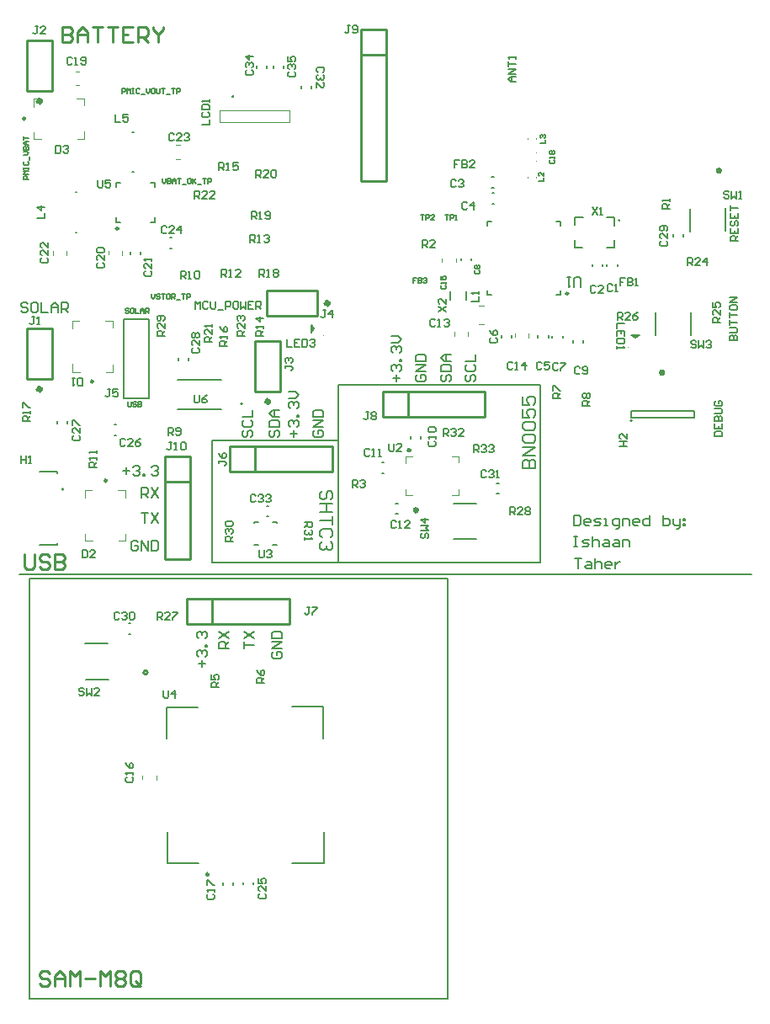
<source format=gto>
G04*
G04 #@! TF.GenerationSoftware,Altium Limited,Altium Designer,22.9.1 (49)*
G04*
G04 Layer_Color=65535*
%FSLAX44Y44*%
%MOMM*%
G71*
G04*
G04 #@! TF.SameCoordinates,0914E3C7-33D6-4C2E-B1A8-6EB065383EFC*
G04*
G04*
G04 #@! TF.FilePolarity,Positive*
G04*
G01*
G75*
%ADD10C,0.1524*%
%ADD11C,0.2540*%
%ADD12C,0.2500*%
%ADD13C,0.1000*%
%ADD14C,0.5080*%
%ADD15C,0.2000*%
%ADD16C,0.3048*%
%ADD17C,0.0500*%
%ADD18C,0.0762*%
%ADD19C,0.1500*%
%ADD20C,0.1270*%
%ADD21C,0.2050*%
%ADD22C,0.1778*%
%ADD23C,0.2032*%
D10*
X49530Y521556D02*
G03*
X49530Y521556I-762J0D01*
G01*
X621538Y590550D02*
G03*
X621538Y590550I-762J0D01*
G01*
X609600Y791972D02*
G03*
X609600Y791972I-762J0D01*
G01*
X25936Y540014D02*
X43486D01*
X25936Y466014D02*
X43486D01*
Y538214D02*
Y540014D01*
Y466014D02*
Y467814D01*
X621030Y593650D02*
Y600150D01*
Y593650D02*
X684530D01*
Y600150D01*
X621030D02*
X684530D01*
X564331Y787400D02*
Y795020D01*
X572262D01*
X564388Y764540D02*
X572008D01*
X564388D02*
Y772471D01*
X604012Y764540D02*
Y772160D01*
X596081Y764540D02*
X604012D01*
X596392Y795020D02*
X604012D01*
Y787089D02*
Y795020D01*
X199320Y448310D02*
Y571036D01*
X326320D01*
X199320Y448310D02*
X326320D01*
Y571036D01*
X529702Y448888D02*
Y626688D01*
X326502Y448888D02*
Y626688D01*
Y448310D02*
X529702D01*
X326502Y626688D02*
X529702D01*
X153250Y302722D02*
X185000D01*
X153250Y271472D02*
Y302722D01*
X279391Y303113D02*
X310641D01*
X310641Y303113D01*
Y271363D02*
Y303113D01*
X311482Y145876D02*
Y177126D01*
X311482Y145876D02*
X311482Y145876D01*
X279732Y145876D02*
X311482D01*
X154232Y145626D02*
X185482D01*
X154232Y145626D02*
X154232Y145626D01*
X154232Y145626D02*
Y177376D01*
X182524Y703044D02*
Y710661D01*
X185063Y708122D01*
X187602Y710661D01*
Y703044D01*
X195220Y709391D02*
X193950Y710661D01*
X191411D01*
X190142Y709391D01*
Y704313D01*
X191411Y703044D01*
X193950D01*
X195220Y704313D01*
X197759Y710661D02*
Y704313D01*
X199029Y703044D01*
X201568D01*
X202837Y704313D01*
Y710661D01*
X205377Y701774D02*
X210455D01*
X212994Y703044D02*
Y710661D01*
X216803D01*
X218072Y709391D01*
Y706852D01*
X216803Y705583D01*
X212994D01*
X224421Y710661D02*
X221881D01*
X220612Y709391D01*
Y704313D01*
X221881Y703044D01*
X224421D01*
X225690Y704313D01*
Y709391D01*
X224421Y710661D01*
X228229D02*
Y703044D01*
X230768Y705583D01*
X233308Y703044D01*
Y710661D01*
X240925D02*
X235847D01*
Y703044D01*
X240925D01*
X235847Y706852D02*
X238386D01*
X243464Y703044D02*
Y710661D01*
X247273D01*
X248543Y709391D01*
Y706852D01*
X247273Y705583D01*
X243464D01*
X246003D02*
X248543Y703044D01*
X704609Y574774D02*
X712226D01*
Y578583D01*
X710956Y579852D01*
X705878D01*
X704609Y578583D01*
Y574774D01*
Y587470D02*
Y582392D01*
X712226D01*
Y587470D01*
X708417Y582392D02*
Y584931D01*
X704609Y590009D02*
X712226D01*
Y593818D01*
X710956Y595087D01*
X709687D01*
X708417Y593818D01*
Y590009D01*
Y593818D01*
X707148Y595087D01*
X705878D01*
X704609Y593818D01*
Y590009D01*
Y597627D02*
X710956D01*
X712226Y598896D01*
Y601435D01*
X710956Y602705D01*
X704609D01*
X705878Y610322D02*
X704609Y609053D01*
Y606514D01*
X705878Y605244D01*
X710956D01*
X712226Y606514D01*
Y609053D01*
X710956Y610322D01*
X708417D01*
Y607783D01*
X720108Y671524D02*
X727726D01*
Y675333D01*
X726456Y676602D01*
X725187D01*
X723917Y675333D01*
Y671524D01*
Y675333D01*
X722648Y676602D01*
X721378D01*
X720108Y675333D01*
Y671524D01*
Y679141D02*
X726456D01*
X727726Y680411D01*
Y682950D01*
X726456Y684220D01*
X720108D01*
Y686759D02*
Y691837D01*
Y689298D01*
X727726D01*
X720108Y694377D02*
Y699455D01*
Y696916D01*
X727726D01*
X720108Y705803D02*
Y703264D01*
X721378Y701994D01*
X726456D01*
X727726Y703264D01*
Y705803D01*
X726456Y707073D01*
X721378D01*
X720108Y705803D01*
X727726Y709612D02*
X720108D01*
X727726Y714690D01*
X720108D01*
X276961Y941422D02*
X275691Y940152D01*
Y937613D01*
X276961Y936343D01*
X282039D01*
X283309Y937613D01*
Y940152D01*
X282039Y941422D01*
X276961Y943961D02*
X275691Y945230D01*
Y947770D01*
X276961Y949039D01*
X278230D01*
X279500Y947770D01*
Y946500D01*
Y947770D01*
X280770Y949039D01*
X282039D01*
X283309Y947770D01*
Y945230D01*
X282039Y943961D01*
X275691Y956657D02*
Y951578D01*
X279500D01*
X278230Y954118D01*
Y955387D01*
X279500Y956657D01*
X282039D01*
X283309Y955387D01*
Y952848D01*
X282039Y951578D01*
X234211Y943172D02*
X232941Y941902D01*
Y939363D01*
X234211Y938093D01*
X239289D01*
X240559Y939363D01*
Y941902D01*
X239289Y943172D01*
X234211Y945711D02*
X232941Y946980D01*
Y949520D01*
X234211Y950789D01*
X235480D01*
X236750Y949520D01*
Y948250D01*
Y949520D01*
X238020Y950789D01*
X239289D01*
X240559Y949520D01*
Y946980D01*
X239289Y945711D01*
X240559Y957137D02*
X232941D01*
X236750Y953328D01*
Y958407D01*
X410402Y765191D02*
Y772809D01*
X414211D01*
X415480Y771539D01*
Y769000D01*
X414211Y767730D01*
X410402D01*
X412941D02*
X415480Y765191D01*
X423098D02*
X418020D01*
X423098Y770270D01*
Y771539D01*
X421828Y772809D01*
X419289D01*
X418020Y771539D01*
X158878Y568959D02*
X156339D01*
X157609D01*
Y562611D01*
X156339Y561341D01*
X155070D01*
X153800Y562611D01*
X161418Y561341D02*
X163957D01*
X162687D01*
Y568959D01*
X161418Y567689D01*
X167766D02*
X169035Y568959D01*
X171574D01*
X172844Y567689D01*
Y562611D01*
X171574Y561341D01*
X169035D01*
X167766Y562611D01*
Y567689D01*
X686310Y670051D02*
X685040Y671321D01*
X682501D01*
X681231Y670051D01*
Y668782D01*
X682501Y667512D01*
X685040D01*
X686310Y666242D01*
Y664973D01*
X685040Y663703D01*
X682501D01*
X681231Y664973D01*
X688849Y671321D02*
Y663703D01*
X691388Y666242D01*
X693927Y663703D01*
Y671321D01*
X696466Y670051D02*
X697736Y671321D01*
X700275D01*
X701545Y670051D01*
Y668782D01*
X700275Y667512D01*
X699006D01*
X700275D01*
X701545Y666242D01*
Y664973D01*
X700275Y663703D01*
X697736D01*
X696466Y664973D01*
X719191Y820539D02*
X717922Y821809D01*
X715383D01*
X714113Y820539D01*
Y819270D01*
X715383Y818000D01*
X717922D01*
X719191Y816730D01*
Y815461D01*
X717922Y814191D01*
X715383D01*
X714113Y815461D01*
X721730Y821809D02*
Y814191D01*
X724270Y816730D01*
X726809Y814191D01*
Y821809D01*
X729348Y814191D02*
X731887D01*
X730618D01*
Y821809D01*
X729348Y820539D01*
X410719Y477776D02*
X409449Y476506D01*
Y473967D01*
X410719Y472697D01*
X411988D01*
X413258Y473967D01*
Y476506D01*
X414528Y477776D01*
X415797D01*
X417067Y476506D01*
Y473967D01*
X415797Y472697D01*
X409449Y480315D02*
X417067D01*
X414528Y482854D01*
X417067Y485393D01*
X409449D01*
X417067Y491741D02*
X409449D01*
X413258Y487932D01*
Y493011D01*
X247143Y115318D02*
X245873Y114048D01*
Y111509D01*
X247143Y110239D01*
X252221D01*
X253491Y111509D01*
Y114048D01*
X252221Y115318D01*
X253491Y122935D02*
Y117857D01*
X248412Y122935D01*
X247143D01*
X245873Y121666D01*
Y119126D01*
X247143Y117857D01*
X245873Y130553D02*
Y125474D01*
X249682D01*
X248412Y128014D01*
Y129283D01*
X249682Y130553D01*
X252221D01*
X253491Y129283D01*
Y126744D01*
X252221Y125474D01*
X84075Y749302D02*
X82805Y748032D01*
Y745493D01*
X84075Y744223D01*
X89153D01*
X90423Y745493D01*
Y748032D01*
X89153Y749302D01*
X90423Y756919D02*
Y751841D01*
X85344Y756919D01*
X84075D01*
X82805Y755650D01*
Y753110D01*
X84075Y751841D01*
Y759458D02*
X82805Y760728D01*
Y763267D01*
X84075Y764537D01*
X89153D01*
X90423Y763267D01*
Y760728D01*
X89153Y759458D01*
X84075D01*
X41658Y867409D02*
Y859791D01*
X45467D01*
X46736Y861061D01*
Y866139D01*
X45467Y867409D01*
X41658D01*
X49276Y866139D02*
X50545Y867409D01*
X53084D01*
X54354Y866139D01*
Y864870D01*
X53084Y863600D01*
X51815D01*
X53084D01*
X54354Y862330D01*
Y861061D01*
X53084Y859791D01*
X50545D01*
X49276Y861061D01*
X272543Y646684D02*
Y644145D01*
Y645415D01*
X278891D01*
X280161Y644145D01*
Y642876D01*
X278891Y641606D01*
X273813Y649224D02*
X272543Y650493D01*
Y653032D01*
X273813Y654302D01*
X275082D01*
X276352Y653032D01*
Y651763D01*
Y653032D01*
X277621Y654302D01*
X278891D01*
X280161Y653032D01*
Y650493D01*
X278891Y649224D01*
X426441Y700652D02*
X434059Y705730D01*
X426441D02*
X434059Y700652D01*
Y713348D02*
Y708270D01*
X428980Y713348D01*
X427711D01*
X426441Y712078D01*
Y709539D01*
X427711Y708270D01*
X581662Y805433D02*
X586740Y797815D01*
Y805433D02*
X581662Y797815D01*
X589279D02*
X591818D01*
X590549D01*
Y805433D01*
X589279Y804163D01*
X181102Y616359D02*
Y610011D01*
X182372Y608741D01*
X184911D01*
X186180Y610011D01*
Y616359D01*
X193798D02*
X191259Y615089D01*
X188720Y612550D01*
Y610011D01*
X189989Y608741D01*
X192528D01*
X193798Y610011D01*
Y611280D01*
X192528Y612550D01*
X188720D01*
X84152Y832559D02*
Y826211D01*
X85422Y824941D01*
X87961D01*
X89230Y826211D01*
Y832559D01*
X96848D02*
X91770D01*
Y828750D01*
X94309Y830020D01*
X95578D01*
X96848Y828750D01*
Y826211D01*
X95578Y824941D01*
X93039D01*
X91770Y826211D01*
X150184Y319625D02*
Y313277D01*
X151454Y312007D01*
X153993D01*
X155262Y313277D01*
Y319625D01*
X161610Y312007D02*
Y319625D01*
X157802Y315816D01*
X162880D01*
X246312Y460545D02*
Y454197D01*
X247582Y452927D01*
X250121D01*
X251391Y454197D01*
Y460545D01*
X253930Y459275D02*
X255200Y460545D01*
X257739D01*
X259008Y459275D01*
Y458006D01*
X257739Y456736D01*
X256469D01*
X257739D01*
X259008Y455466D01*
Y454197D01*
X257739Y452927D01*
X255200D01*
X253930Y454197D01*
X377192Y567689D02*
Y561341D01*
X378462Y560071D01*
X381001D01*
X382270Y561341D01*
Y567689D01*
X389888Y560071D02*
X384810D01*
X389888Y565150D01*
Y566419D01*
X388618Y567689D01*
X386079D01*
X384810Y566419D01*
X70174Y320895D02*
X68904Y322165D01*
X66365D01*
X65095Y320895D01*
Y319626D01*
X66365Y318356D01*
X68904D01*
X70174Y317086D01*
Y315817D01*
X68904Y314547D01*
X66365D01*
X65095Y315817D01*
X72713Y322165D02*
Y314547D01*
X75252Y317086D01*
X77791Y314547D01*
Y322165D01*
X85409Y314547D02*
X80330D01*
X85409Y319626D01*
Y320895D01*
X84139Y322165D01*
X81600D01*
X80330Y320895D01*
X462343Y558941D02*
Y566559D01*
X466152D01*
X467422Y565289D01*
Y562750D01*
X466152Y561480D01*
X462343D01*
X464883D02*
X467422Y558941D01*
X469961Y565289D02*
X471230Y566559D01*
X473770D01*
X475039Y565289D01*
Y564020D01*
X473770Y562750D01*
X472500D01*
X473770D01*
X475039Y561480D01*
Y560211D01*
X473770Y558941D01*
X471230D01*
X469961Y560211D01*
X477578Y565289D02*
X478848Y566559D01*
X481387D01*
X482657Y565289D01*
Y564020D01*
X481387Y562750D01*
X480118D01*
X481387D01*
X482657Y561480D01*
Y560211D01*
X481387Y558941D01*
X478848D01*
X477578Y560211D01*
X431549Y575565D02*
Y583183D01*
X435358D01*
X436628Y581913D01*
Y579374D01*
X435358Y578104D01*
X431549D01*
X434089D02*
X436628Y575565D01*
X439167Y581913D02*
X440436Y583183D01*
X442976D01*
X444245Y581913D01*
Y580644D01*
X442976Y579374D01*
X441706D01*
X442976D01*
X444245Y578104D01*
Y576835D01*
X442976Y575565D01*
X440436D01*
X439167Y576835D01*
X451863Y575565D02*
X446784D01*
X451863Y580644D01*
Y581913D01*
X450593Y583183D01*
X448054D01*
X446784Y581913D01*
X292355Y488439D02*
X299973D01*
Y484630D01*
X298703Y483361D01*
X296164D01*
X294894Y484630D01*
Y488439D01*
Y485900D02*
X292355Y483361D01*
X298703Y480822D02*
X299973Y479552D01*
Y477013D01*
X298703Y475743D01*
X297434D01*
X296164Y477013D01*
Y478282D01*
Y477013D01*
X294894Y475743D01*
X293625D01*
X292355Y477013D01*
Y479552D01*
X293625Y480822D01*
X292355Y473204D02*
Y470665D01*
Y471934D01*
X299973D01*
X298703Y473204D01*
X220217Y469649D02*
X212599D01*
Y473458D01*
X213869Y474728D01*
X216408D01*
X217678Y473458D01*
Y469649D01*
Y472188D02*
X220217Y474728D01*
X213869Y477267D02*
X212599Y478536D01*
Y481076D01*
X213869Y482345D01*
X215138D01*
X216408Y481076D01*
Y479806D01*
Y481076D01*
X217678Y482345D01*
X218947D01*
X220217Y481076D01*
Y478536D01*
X218947Y477267D01*
X213869Y484884D02*
X212599Y486154D01*
Y488693D01*
X213869Y489963D01*
X218947D01*
X220217Y488693D01*
Y486154D01*
X218947Y484884D01*
X213869D01*
X151309Y676343D02*
X143691D01*
Y680152D01*
X144961Y681422D01*
X147500D01*
X148770Y680152D01*
Y676343D01*
Y678883D02*
X151309Y681422D01*
Y689039D02*
Y683961D01*
X146230Y689039D01*
X144961D01*
X143691Y687770D01*
Y685230D01*
X144961Y683961D01*
X150039Y691578D02*
X151309Y692848D01*
Y695387D01*
X150039Y696657D01*
X144961D01*
X143691Y695387D01*
Y692848D01*
X144961Y691578D01*
X146230D01*
X147500Y692848D01*
Y696657D01*
X498859Y496317D02*
Y503935D01*
X502668D01*
X503938Y502665D01*
Y500126D01*
X502668Y498856D01*
X498859D01*
X501399D02*
X503938Y496317D01*
X511555D02*
X506477D01*
X511555Y501396D01*
Y502665D01*
X510286Y503935D01*
X507746D01*
X506477Y502665D01*
X514094D02*
X515364Y503935D01*
X517903D01*
X519173Y502665D01*
Y501396D01*
X517903Y500126D01*
X519173Y498856D01*
Y497587D01*
X517903Y496317D01*
X515364D01*
X514094Y497587D01*
Y498856D01*
X515364Y500126D01*
X514094Y501396D01*
Y502665D01*
X515364Y500126D02*
X517903D01*
X143835Y390747D02*
Y398365D01*
X147644D01*
X148914Y397095D01*
Y394556D01*
X147644Y393286D01*
X143835D01*
X146375D02*
X148914Y390747D01*
X156531D02*
X151453D01*
X156531Y395826D01*
Y397095D01*
X155262Y398365D01*
X152723D01*
X151453Y397095D01*
X159070Y398365D02*
X164149D01*
Y397095D01*
X159070Y392017D01*
Y390747D01*
X607063Y692151D02*
Y699769D01*
X610872D01*
X612142Y698499D01*
Y695960D01*
X610872Y694690D01*
X607063D01*
X609603D02*
X612142Y692151D01*
X619759D02*
X614681D01*
X619759Y697230D01*
Y698499D01*
X618490Y699769D01*
X615950D01*
X614681Y698499D01*
X627377Y699769D02*
X624838Y698499D01*
X622298Y695960D01*
Y693421D01*
X623568Y692151D01*
X626107D01*
X627377Y693421D01*
Y694690D01*
X626107Y695960D01*
X622298D01*
X710309Y689093D02*
X702691D01*
Y692902D01*
X703961Y694172D01*
X706500D01*
X707770Y692902D01*
Y689093D01*
Y691633D02*
X710309Y694172D01*
Y701789D02*
Y696711D01*
X705230Y701789D01*
X703961D01*
X702691Y700520D01*
Y697980D01*
X703961Y696711D01*
X702691Y709407D02*
Y704328D01*
X706500D01*
X705230Y706868D01*
Y708137D01*
X706500Y709407D01*
X709039D01*
X710309Y708137D01*
Y705598D01*
X709039Y704328D01*
X677675Y747015D02*
Y754633D01*
X681484D01*
X682754Y753363D01*
Y750824D01*
X681484Y749554D01*
X677675D01*
X680214D02*
X682754Y747015D01*
X690371D02*
X685293D01*
X690371Y752094D01*
Y753363D01*
X689102Y754633D01*
X686562D01*
X685293Y753363D01*
X696719Y747015D02*
Y754633D01*
X692910Y750824D01*
X697989D01*
X231809Y676093D02*
X224191D01*
Y679902D01*
X225461Y681172D01*
X228000D01*
X229270Y679902D01*
Y676093D01*
Y678633D02*
X231809Y681172D01*
Y688789D02*
Y683711D01*
X226730Y688789D01*
X225461D01*
X224191Y687520D01*
Y684980D01*
X225461Y683711D01*
Y691328D02*
X224191Y692598D01*
Y695137D01*
X225461Y696407D01*
X226730D01*
X228000Y695137D01*
Y693868D01*
Y695137D01*
X229270Y696407D01*
X230539D01*
X231809Y695137D01*
Y692598D01*
X230539Y691328D01*
X181578Y814071D02*
Y821689D01*
X185387D01*
X186656Y820419D01*
Y817880D01*
X185387Y816610D01*
X181578D01*
X184117D02*
X186656Y814071D01*
X194274D02*
X189195D01*
X194274Y819150D01*
Y820419D01*
X193004Y821689D01*
X190465D01*
X189195Y820419D01*
X201891Y814071D02*
X196813D01*
X201891Y819150D01*
Y820419D01*
X200622Y821689D01*
X198083D01*
X196813Y820419D01*
X199389Y669673D02*
X191771D01*
Y673482D01*
X193041Y674751D01*
X195580D01*
X196849Y673482D01*
Y669673D01*
Y672212D02*
X199389Y674751D01*
Y682369D02*
Y677290D01*
X194310Y682369D01*
X193041D01*
X191771Y681099D01*
Y678560D01*
X193041Y677290D01*
X199389Y684908D02*
Y687447D01*
Y686178D01*
X191771D01*
X193041Y684908D01*
X243335Y835407D02*
Y843025D01*
X247144D01*
X248414Y841755D01*
Y839216D01*
X247144Y837946D01*
X243335D01*
X245875D02*
X248414Y835407D01*
X256031D02*
X250953D01*
X256031Y840486D01*
Y841755D01*
X254762Y843025D01*
X252222D01*
X250953Y841755D01*
X258570D02*
X259840Y843025D01*
X262379D01*
X263649Y841755D01*
Y836677D01*
X262379Y835407D01*
X259840D01*
X258570Y836677D01*
Y841755D01*
X238890Y793243D02*
Y800861D01*
X242699D01*
X243968Y799591D01*
Y797052D01*
X242699Y795782D01*
X238890D01*
X241429D02*
X243968Y793243D01*
X246508D02*
X249047D01*
X247777D01*
Y800861D01*
X246508Y799591D01*
X252856Y794513D02*
X254125Y793243D01*
X256664D01*
X257934Y794513D01*
Y799591D01*
X256664Y800861D01*
X254125D01*
X252856Y799591D01*
Y798322D01*
X254125Y797052D01*
X257934D01*
X246638Y735331D02*
Y742949D01*
X250447D01*
X251716Y741679D01*
Y739140D01*
X250447Y737870D01*
X246638D01*
X249177D02*
X251716Y735331D01*
X254256D02*
X256795D01*
X255525D01*
Y742949D01*
X254256Y741679D01*
X260604D02*
X261873Y742949D01*
X264412D01*
X265682Y741679D01*
Y740410D01*
X264412Y739140D01*
X265682Y737870D01*
Y736601D01*
X264412Y735331D01*
X261873D01*
X260604Y736601D01*
Y737870D01*
X261873Y739140D01*
X260604Y740410D01*
Y741679D01*
X261873Y739140D02*
X264412D01*
X16001Y590300D02*
X8383D01*
Y594109D01*
X9653Y595378D01*
X12192D01*
X13462Y594109D01*
Y590300D01*
Y592839D02*
X16001Y595378D01*
Y597918D02*
Y600457D01*
Y599187D01*
X8383D01*
X9653Y597918D01*
X8383Y604266D02*
Y609344D01*
X9653D01*
X14731Y604266D01*
X16001D01*
X214629Y666118D02*
X207011D01*
Y669927D01*
X208281Y671196D01*
X210820D01*
X212090Y669927D01*
Y666118D01*
Y668657D02*
X214629Y671196D01*
Y673736D02*
Y676275D01*
Y675005D01*
X207011D01*
X208281Y673736D01*
X207011Y685162D02*
X208281Y682623D01*
X210820Y680084D01*
X213359D01*
X214629Y681353D01*
Y683892D01*
X213359Y685162D01*
X212090D01*
X210820Y683892D01*
Y680084D01*
X206124Y842519D02*
Y850137D01*
X209933D01*
X211202Y848867D01*
Y846328D01*
X209933Y845058D01*
X206124D01*
X208663D02*
X211202Y842519D01*
X213742D02*
X216281D01*
X215011D01*
Y850137D01*
X213742Y848867D01*
X225168Y850137D02*
X220090D01*
Y846328D01*
X222629Y847598D01*
X223898D01*
X225168Y846328D01*
Y843789D01*
X223898Y842519D01*
X221359D01*
X220090Y843789D01*
X250951Y676278D02*
X243333D01*
Y680087D01*
X244603Y681356D01*
X247142D01*
X248412Y680087D01*
Y676278D01*
Y678817D02*
X250951Y681356D01*
Y683896D02*
Y686435D01*
Y685165D01*
X243333D01*
X244603Y683896D01*
X250951Y694052D02*
X243333D01*
X247142Y690244D01*
Y695322D01*
X237620Y770129D02*
Y777747D01*
X241429D01*
X242698Y776477D01*
Y773938D01*
X241429Y772668D01*
X237620D01*
X240159D02*
X242698Y770129D01*
X245238D02*
X247777D01*
X246507D01*
Y777747D01*
X245238Y776477D01*
X251586D02*
X252855Y777747D01*
X255394D01*
X256664Y776477D01*
Y775208D01*
X255394Y773938D01*
X254125D01*
X255394D01*
X256664Y772668D01*
Y771399D01*
X255394Y770129D01*
X252855D01*
X251586Y771399D01*
X208538Y735331D02*
Y742949D01*
X212347D01*
X213617Y741679D01*
Y739140D01*
X212347Y737870D01*
X208538D01*
X211077D02*
X213617Y735331D01*
X216156D02*
X218695D01*
X217425D01*
Y742949D01*
X216156Y741679D01*
X227582Y735331D02*
X222504D01*
X227582Y740410D01*
Y741679D01*
X226312Y742949D01*
X223773D01*
X222504Y741679D01*
X83057Y543944D02*
X75439D01*
Y547752D01*
X76709Y549022D01*
X79248D01*
X80518Y547752D01*
Y543944D01*
Y546483D02*
X83057Y549022D01*
Y551561D02*
Y554100D01*
Y552831D01*
X75439D01*
X76709Y551561D01*
X83057Y557909D02*
Y560448D01*
Y559179D01*
X75439D01*
X76709Y557909D01*
X167516Y733807D02*
Y741425D01*
X171325D01*
X172594Y740155D01*
Y737616D01*
X171325Y736346D01*
X167516D01*
X170055D02*
X172594Y733807D01*
X175134D02*
X177673D01*
X176403D01*
Y741425D01*
X175134Y740155D01*
X181482D02*
X182751Y741425D01*
X185290D01*
X186560Y740155D01*
Y735077D01*
X185290Y733807D01*
X182751D01*
X181482Y735077D01*
Y740155D01*
X154942Y576327D02*
Y583945D01*
X158751D01*
X160020Y582675D01*
Y580136D01*
X158751Y578866D01*
X154942D01*
X157481D02*
X160020Y576327D01*
X162560Y577597D02*
X163829Y576327D01*
X166368D01*
X167638Y577597D01*
Y582675D01*
X166368Y583945D01*
X163829D01*
X162560Y582675D01*
Y581406D01*
X163829Y580136D01*
X167638D01*
X579373Y606046D02*
X571755D01*
Y609855D01*
X573025Y611124D01*
X575564D01*
X576833Y609855D01*
Y606046D01*
Y608585D02*
X579373Y611124D01*
X573025Y613664D02*
X571755Y614933D01*
Y617472D01*
X573025Y618742D01*
X574294D01*
X575564Y617472D01*
X576833Y618742D01*
X578103D01*
X579373Y617472D01*
Y614933D01*
X578103Y613664D01*
X576833D01*
X575564Y614933D01*
X574294Y613664D01*
X573025D01*
X575564Y614933D02*
Y617472D01*
X549909Y613412D02*
X542291D01*
Y617221D01*
X543561Y618490D01*
X546100D01*
X547370Y617221D01*
Y613412D01*
Y615951D02*
X549909Y618490D01*
X542291Y621030D02*
Y626108D01*
X543561D01*
X548639Y621030D01*
X549909D01*
X251781Y327248D02*
X244163D01*
Y331057D01*
X245433Y332326D01*
X247972D01*
X249242Y331057D01*
Y327248D01*
Y329787D02*
X251781Y332326D01*
X244163Y339944D02*
X245433Y337405D01*
X247972Y334866D01*
X250511D01*
X251781Y336135D01*
Y338674D01*
X250511Y339944D01*
X249242D01*
X247972Y338674D01*
Y334866D01*
X206061Y322548D02*
X198443D01*
Y326357D01*
X199713Y327626D01*
X202252D01*
X203521Y326357D01*
Y322548D01*
Y325087D02*
X206061Y327626D01*
X198443Y335244D02*
Y330166D01*
X202252D01*
X200982Y332705D01*
Y333974D01*
X202252Y335244D01*
X204791D01*
X206061Y333974D01*
Y331435D01*
X204791Y330166D01*
X340474Y523819D02*
Y531436D01*
X344282D01*
X345552Y530167D01*
Y527628D01*
X344282Y526358D01*
X340474D01*
X343013D02*
X345552Y523819D01*
X348091Y530167D02*
X349361Y531436D01*
X351900D01*
X353170Y530167D01*
Y528897D01*
X351900Y527628D01*
X350630D01*
X351900D01*
X353170Y526358D01*
Y525089D01*
X351900Y523819D01*
X349361D01*
X348091Y525089D01*
X659637Y803404D02*
X652019D01*
Y807212D01*
X653289Y808482D01*
X655828D01*
X657098Y807212D01*
Y803404D01*
Y805943D02*
X659637Y808482D01*
Y811021D02*
Y813560D01*
Y812291D01*
X652019D01*
X653289Y811021D01*
X274578Y672845D02*
Y665227D01*
X279657D01*
X287274Y672845D02*
X282196D01*
Y665227D01*
X287274D01*
X282196Y669036D02*
X284735D01*
X289814Y672845D02*
Y665227D01*
X293622D01*
X294892Y666497D01*
Y671575D01*
X293622Y672845D01*
X289814D01*
X297431Y671575D02*
X298701Y672845D01*
X301240D01*
X302509Y671575D01*
Y670306D01*
X301240Y669036D01*
X299970D01*
X301240D01*
X302509Y667766D01*
Y666497D01*
X301240Y665227D01*
X298701D01*
X297431Y666497D01*
X614171Y688336D02*
X606553D01*
Y683258D01*
X614171Y675640D02*
Y680718D01*
X606553D01*
Y675640D01*
X610362Y680718D02*
Y678179D01*
X614171Y673101D02*
X606553D01*
Y669292D01*
X607823Y668023D01*
X612901D01*
X614171Y669292D01*
Y673101D01*
X606553Y665483D02*
Y662944D01*
Y664214D01*
X614171D01*
X612901Y665483D01*
X188691Y888054D02*
X196309D01*
Y893132D01*
X189961Y900750D02*
X188691Y899480D01*
Y896941D01*
X189961Y895672D01*
X195039D01*
X196309Y896941D01*
Y899480D01*
X195039Y900750D01*
X188691Y903289D02*
X196309D01*
Y907098D01*
X195039Y908367D01*
X189961D01*
X188691Y907098D01*
Y903289D01*
X196309Y910907D02*
Y913446D01*
Y912176D01*
X188691D01*
X189961Y910907D01*
X101856Y898905D02*
Y891287D01*
X106934D01*
X114552Y898905D02*
X109474D01*
Y895096D01*
X112013Y896366D01*
X113282D01*
X114552Y895096D01*
Y892557D01*
X113282Y891287D01*
X110743D01*
X109474Y892557D01*
X23312Y794092D02*
X30929D01*
Y799171D01*
Y805519D02*
X23312D01*
X27120Y801710D01*
Y806788D01*
X459995Y710440D02*
X467613D01*
Y715518D01*
Y718057D02*
Y720596D01*
Y719327D01*
X459995D01*
X461265Y718057D01*
X337566Y988313D02*
X335027D01*
X336297D01*
Y981965D01*
X335027Y980695D01*
X333758D01*
X332488Y981965D01*
X340106D02*
X341375Y980695D01*
X343914D01*
X345184Y981965D01*
Y987043D01*
X343914Y988313D01*
X341375D01*
X340106Y987043D01*
Y985774D01*
X341375Y984504D01*
X345184D01*
X356870Y599439D02*
X354331D01*
X355601D01*
Y593091D01*
X354331Y591821D01*
X353062D01*
X351792Y593091D01*
X359410Y598169D02*
X360679Y599439D01*
X363218D01*
X364488Y598169D01*
Y596900D01*
X363218Y595630D01*
X364488Y594360D01*
Y593091D01*
X363218Y591821D01*
X360679D01*
X359410Y593091D01*
Y594360D01*
X360679Y595630D01*
X359410Y596900D01*
Y598169D01*
X360679Y595630D02*
X363218D01*
X297688Y403351D02*
X295149D01*
X296419D01*
Y397003D01*
X295149Y395733D01*
X293880D01*
X292610Y397003D01*
X300228Y403351D02*
X305306D01*
Y402081D01*
X300228Y397003D01*
Y395733D01*
X205487Y550672D02*
Y548133D01*
Y549403D01*
X211835D01*
X213105Y548133D01*
Y546864D01*
X211835Y545594D01*
X205487Y558290D02*
X206757Y555751D01*
X209296Y553212D01*
X211835D01*
X213105Y554481D01*
Y557020D01*
X211835Y558290D01*
X210566D01*
X209296Y557020D01*
Y553212D01*
X96730Y622309D02*
X94191D01*
X95461D01*
Y615961D01*
X94191Y614691D01*
X92922D01*
X91652Y615961D01*
X104348Y622309D02*
X99270D01*
Y618500D01*
X101809Y619770D01*
X103078D01*
X104348Y618500D01*
Y615961D01*
X103078Y614691D01*
X100539D01*
X99270Y615961D01*
X313730Y701809D02*
X311191D01*
X312461D01*
Y695461D01*
X311191Y694191D01*
X309922D01*
X308652Y695461D01*
X320078Y694191D02*
Y701809D01*
X316270Y698000D01*
X321348D01*
X24130Y987297D02*
X21591D01*
X22861D01*
Y980949D01*
X21591Y979679D01*
X20322D01*
X19052Y980949D01*
X31748Y979679D02*
X26670D01*
X31748Y984758D01*
Y986027D01*
X30478Y987297D01*
X27939D01*
X26670Y986027D01*
X20574Y695197D02*
X18035D01*
X19304D01*
Y688849D01*
X18035Y687579D01*
X16765D01*
X15496Y688849D01*
X23113Y687579D02*
X25652D01*
X24383D01*
Y695197D01*
X23113Y693927D01*
X609093Y564644D02*
X616711D01*
X612902D01*
Y569722D01*
X609093D01*
X616711D01*
Y577340D02*
Y572262D01*
X611632Y577340D01*
X610363D01*
X609093Y576070D01*
Y573531D01*
X610363Y572262D01*
X7190Y555591D02*
Y547973D01*
Y551782D01*
X12268D01*
Y555591D01*
Y547973D01*
X14807D02*
X17346D01*
X16077D01*
Y555591D01*
X14807Y554321D01*
X448203Y852852D02*
X443125D01*
Y849043D01*
X445664D01*
X443125D01*
Y845234D01*
X450742Y852852D02*
Y845234D01*
X454551D01*
X455820Y846504D01*
Y847773D01*
X454551Y849043D01*
X450742D01*
X454551D01*
X455820Y850313D01*
Y851582D01*
X454551Y852852D01*
X450742D01*
X463438Y845234D02*
X458359D01*
X463438Y850313D01*
Y851582D01*
X462168Y852852D01*
X459629D01*
X458359Y851582D01*
X614691Y734059D02*
X609613D01*
Y730250D01*
X612152D01*
X609613D01*
Y726441D01*
X617230Y734059D02*
Y726441D01*
X621039D01*
X622309Y727711D01*
Y728980D01*
X621039Y730250D01*
X617230D01*
X621039D01*
X622309Y731520D01*
Y732789D01*
X621039Y734059D01*
X617230D01*
X624848Y726441D02*
X627387D01*
X626118D01*
Y734059D01*
X624848Y732789D01*
X68328Y460755D02*
Y453137D01*
X72137D01*
X73406Y454407D01*
Y459485D01*
X72137Y460755D01*
X68328D01*
X81024Y453137D02*
X75946D01*
X81024Y458216D01*
Y459485D01*
X79754Y460755D01*
X77215D01*
X75946Y459485D01*
X68578Y626111D02*
Y633729D01*
X64770D01*
X63500Y632459D01*
Y627381D01*
X64770Y626111D01*
X68578D01*
X60961Y633729D02*
X58422D01*
X59691D01*
Y626111D01*
X60961Y627381D01*
X243080Y515111D02*
X241810Y516381D01*
X239271D01*
X238001Y515111D01*
Y510033D01*
X239271Y508763D01*
X241810D01*
X243080Y510033D01*
X245619Y515111D02*
X246888Y516381D01*
X249428D01*
X250697Y515111D01*
Y513842D01*
X249428Y512572D01*
X248158D01*
X249428D01*
X250697Y511302D01*
Y510033D01*
X249428Y508763D01*
X246888D01*
X245619Y510033D01*
X253236Y515111D02*
X254506Y516381D01*
X257045D01*
X258315Y515111D01*
Y513842D01*
X257045Y512572D01*
X255776D01*
X257045D01*
X258315Y511302D01*
Y510033D01*
X257045Y508763D01*
X254506D01*
X253236Y510033D01*
X310539Y941328D02*
X311809Y942598D01*
Y945137D01*
X310539Y946407D01*
X305461D01*
X304191Y945137D01*
Y942598D01*
X305461Y941328D01*
X310539Y938789D02*
X311809Y937520D01*
Y934980D01*
X310539Y933711D01*
X309270D01*
X308000Y934980D01*
Y936250D01*
Y934980D01*
X306730Y933711D01*
X305461D01*
X304191Y934980D01*
Y937520D01*
X305461Y938789D01*
X304191Y926093D02*
Y931172D01*
X309270Y926093D01*
X310539D01*
X311809Y927363D01*
Y929902D01*
X310539Y931172D01*
X474727Y540003D02*
X473458Y541273D01*
X470919D01*
X469649Y540003D01*
Y534925D01*
X470919Y533655D01*
X473458D01*
X474727Y534925D01*
X477266Y540003D02*
X478536Y541273D01*
X481075D01*
X482345Y540003D01*
Y538734D01*
X481075Y537464D01*
X479806D01*
X481075D01*
X482345Y536194D01*
Y534925D01*
X481075Y533655D01*
X478536D01*
X477266Y534925D01*
X484884Y533655D02*
X487423D01*
X486153D01*
Y541273D01*
X484884Y540003D01*
X105734Y397095D02*
X104464Y398365D01*
X101925D01*
X100655Y397095D01*
Y392017D01*
X101925Y390747D01*
X104464D01*
X105734Y392017D01*
X108273Y397095D02*
X109543Y398365D01*
X112082D01*
X113351Y397095D01*
Y395826D01*
X112082Y394556D01*
X110812D01*
X112082D01*
X113351Y393286D01*
Y392017D01*
X112082Y390747D01*
X109543D01*
X108273Y392017D01*
X115890Y397095D02*
X117160Y398365D01*
X119699D01*
X120969Y397095D01*
Y392017D01*
X119699Y390747D01*
X117160D01*
X115890Y392017D01*
Y397095D01*
X651003Y771400D02*
X649733Y770130D01*
Y767591D01*
X651003Y766321D01*
X656081D01*
X657351Y767591D01*
Y770130D01*
X656081Y771400D01*
X657351Y779017D02*
Y773939D01*
X652272Y779017D01*
X651003D01*
X649733Y777748D01*
Y775208D01*
X651003Y773939D01*
X656081Y781556D02*
X657351Y782826D01*
Y785365D01*
X656081Y786635D01*
X651003D01*
X649733Y785365D01*
Y782826D01*
X651003Y781556D01*
X652272D01*
X653542Y782826D01*
Y786635D01*
X179961Y663672D02*
X178691Y662402D01*
Y659863D01*
X179961Y658593D01*
X185039D01*
X186309Y659863D01*
Y662402D01*
X185039Y663672D01*
X186309Y671289D02*
Y666211D01*
X181230Y671289D01*
X179961D01*
X178691Y670020D01*
Y667480D01*
X179961Y666211D01*
Y673828D02*
X178691Y675098D01*
Y677637D01*
X179961Y678907D01*
X181230D01*
X182500Y677637D01*
X183770Y678907D01*
X185039D01*
X186309Y677637D01*
Y675098D01*
X185039Y673828D01*
X183770D01*
X182500Y675098D01*
X181230Y673828D01*
X179961D01*
X182500Y675098D02*
Y677637D01*
X60199Y575820D02*
X58929Y574550D01*
Y572011D01*
X60199Y570741D01*
X65277D01*
X66547Y572011D01*
Y574550D01*
X65277Y575820D01*
X66547Y583437D02*
Y578359D01*
X61468Y583437D01*
X60199D01*
X58929Y582168D01*
Y579628D01*
X60199Y578359D01*
X58929Y585976D02*
Y591055D01*
X60199D01*
X65277Y585976D01*
X66547D01*
X111762Y571499D02*
X110492Y572769D01*
X107953D01*
X106683Y571499D01*
Y566421D01*
X107953Y565151D01*
X110492D01*
X111762Y566421D01*
X119379Y565151D02*
X114301D01*
X119379Y570230D01*
Y571499D01*
X118110Y572769D01*
X115570D01*
X114301Y571499D01*
X126997Y572769D02*
X124458Y571499D01*
X121918Y568960D01*
Y566421D01*
X123188Y565151D01*
X125727D01*
X126997Y566421D01*
Y567690D01*
X125727Y568960D01*
X121918D01*
X153672Y785289D02*
X152402Y786559D01*
X149863D01*
X148593Y785289D01*
Y780211D01*
X149863Y778941D01*
X152402D01*
X153672Y780211D01*
X161289Y778941D02*
X156211D01*
X161289Y784020D01*
Y785289D01*
X160020Y786559D01*
X157480D01*
X156211Y785289D01*
X167637Y778941D02*
Y786559D01*
X163828Y782750D01*
X168907D01*
X160672Y878539D02*
X159402Y879809D01*
X156863D01*
X155593Y878539D01*
Y873461D01*
X156863Y872191D01*
X159402D01*
X160672Y873461D01*
X168289Y872191D02*
X163211D01*
X168289Y877270D01*
Y878539D01*
X167020Y879809D01*
X164480D01*
X163211Y878539D01*
X170828D02*
X172098Y879809D01*
X174637D01*
X175907Y878539D01*
Y877270D01*
X174637Y876000D01*
X173368D01*
X174637D01*
X175907Y874730D01*
Y873461D01*
X174637Y872191D01*
X172098D01*
X170828Y873461D01*
X27941Y754382D02*
X26671Y753112D01*
Y750573D01*
X27941Y749303D01*
X33019D01*
X34289Y750573D01*
Y753112D01*
X33019Y754382D01*
X34289Y761999D02*
Y756921D01*
X29210Y761999D01*
X27941D01*
X26671Y760730D01*
Y758190D01*
X27941Y756921D01*
X34289Y769617D02*
Y764538D01*
X29210Y769617D01*
X27941D01*
X26671Y768347D01*
Y765808D01*
X27941Y764538D01*
X131827Y741427D02*
X130557Y740158D01*
Y737618D01*
X131827Y736349D01*
X136905D01*
X138175Y737618D01*
Y740158D01*
X136905Y741427D01*
X138175Y749045D02*
Y743966D01*
X133096Y749045D01*
X131827D01*
X130557Y747775D01*
Y745236D01*
X131827Y743966D01*
X138175Y751584D02*
Y754123D01*
Y752853D01*
X130557D01*
X131827Y751584D01*
X58548Y955039D02*
X57279Y956309D01*
X54740D01*
X53470Y955039D01*
Y949961D01*
X54740Y948691D01*
X57279D01*
X58548Y949961D01*
X61088Y948691D02*
X63627D01*
X62357D01*
Y956309D01*
X61088Y955039D01*
X67436Y949961D02*
X68705Y948691D01*
X71244D01*
X72514Y949961D01*
Y955039D01*
X71244Y956309D01*
X68705D01*
X67436Y955039D01*
Y953770D01*
X68705Y952500D01*
X72514D01*
X195211Y114806D02*
X193941Y113537D01*
Y110998D01*
X195211Y109728D01*
X200289D01*
X201559Y110998D01*
Y113537D01*
X200289Y114806D01*
X201559Y117346D02*
Y119885D01*
Y118615D01*
X193941D01*
X195211Y117346D01*
X193941Y123694D02*
Y128772D01*
X195211D01*
X200289Y123694D01*
X201559D01*
X113353Y232632D02*
X112083Y231363D01*
Y228824D01*
X113353Y227554D01*
X118431D01*
X119701Y228824D01*
Y231363D01*
X118431Y232632D01*
X119701Y235172D02*
Y237711D01*
Y236441D01*
X112083D01*
X113353Y235172D01*
X112083Y246598D02*
X113353Y244059D01*
X115892Y241520D01*
X118431D01*
X119701Y242789D01*
Y245328D01*
X118431Y246598D01*
X117162D01*
X115892Y245328D01*
Y241520D01*
X501524Y648715D02*
X500255Y649985D01*
X497716D01*
X496446Y648715D01*
Y643637D01*
X497716Y642367D01*
X500255D01*
X501524Y643637D01*
X504064Y642367D02*
X506603D01*
X505333D01*
Y649985D01*
X504064Y648715D01*
X514220Y642367D02*
Y649985D01*
X510412Y646176D01*
X515490D01*
X423557Y691789D02*
X422287Y693059D01*
X419748D01*
X418478Y691789D01*
Y686711D01*
X419748Y685441D01*
X422287D01*
X423557Y686711D01*
X426096Y685441D02*
X428635D01*
X427365D01*
Y693059D01*
X426096Y691789D01*
X432444D02*
X433713Y693059D01*
X436252D01*
X437522Y691789D01*
Y690520D01*
X436252Y689250D01*
X434983D01*
X436252D01*
X437522Y687980D01*
Y686711D01*
X436252Y685441D01*
X433713D01*
X432444Y686711D01*
X384176Y488949D02*
X382907Y490219D01*
X380368D01*
X379098Y488949D01*
Y483871D01*
X380368Y482601D01*
X382907D01*
X384176Y483871D01*
X386716Y482601D02*
X389255D01*
X387985D01*
Y490219D01*
X386716Y488949D01*
X398142Y482601D02*
X393064D01*
X398142Y487680D01*
Y488949D01*
X396872Y490219D01*
X394333D01*
X393064Y488949D01*
X357666Y561339D02*
X356396Y562609D01*
X353857D01*
X352588Y561339D01*
Y556261D01*
X353857Y554991D01*
X356396D01*
X357666Y556261D01*
X360205Y554991D02*
X362744D01*
X361475D01*
Y562609D01*
X360205Y561339D01*
X366553Y554991D02*
X369092D01*
X367823D01*
Y562609D01*
X366553Y561339D01*
X417719Y570289D02*
X416450Y569019D01*
Y566480D01*
X417719Y565210D01*
X422798D01*
X424067Y566480D01*
Y569019D01*
X422798Y570289D01*
X424067Y572828D02*
Y575367D01*
Y574098D01*
X416450D01*
X417719Y572828D01*
Y579176D02*
X416450Y580446D01*
Y582985D01*
X417719Y584254D01*
X422798D01*
X424067Y582985D01*
Y580446D01*
X422798Y579176D01*
X417719D01*
X569300Y644111D02*
X568031Y645381D01*
X565492D01*
X564222Y644111D01*
Y639033D01*
X565492Y637763D01*
X568031D01*
X569300Y639033D01*
X571840D02*
X573109Y637763D01*
X575648D01*
X576918Y639033D01*
Y644111D01*
X575648Y645381D01*
X573109D01*
X571840Y644111D01*
Y642842D01*
X573109Y641572D01*
X576918D01*
X547480Y647777D02*
X546211Y649047D01*
X543672D01*
X542402Y647777D01*
Y642699D01*
X543672Y641429D01*
X546211D01*
X547480Y642699D01*
X550020Y649047D02*
X555098D01*
Y647777D01*
X550020Y642699D01*
Y641429D01*
X479553Y673862D02*
X478283Y672593D01*
Y670054D01*
X479553Y668784D01*
X484631D01*
X485901Y670054D01*
Y672593D01*
X484631Y673862D01*
X478283Y681480D02*
X479553Y678941D01*
X482092Y676402D01*
X484631D01*
X485901Y677671D01*
Y680210D01*
X484631Y681480D01*
X483362D01*
X482092Y680210D01*
Y676402D01*
X530606Y648461D02*
X529337Y649731D01*
X526798D01*
X525528Y648461D01*
Y643383D01*
X526798Y642113D01*
X529337D01*
X530606Y643383D01*
X538224Y649731D02*
X533146D01*
Y645922D01*
X535685Y647192D01*
X536954D01*
X538224Y645922D01*
Y643383D01*
X536954Y642113D01*
X534415D01*
X533146Y643383D01*
X455751Y809518D02*
X454482Y810788D01*
X451943D01*
X450673Y809518D01*
Y804440D01*
X451943Y803170D01*
X454482D01*
X455751Y804440D01*
X462099Y803170D02*
Y810788D01*
X458291Y806979D01*
X463369D01*
X444480Y832039D02*
X443211Y833309D01*
X440672D01*
X439402Y832039D01*
Y826961D01*
X440672Y825691D01*
X443211D01*
X444480Y826961D01*
X447020Y832039D02*
X448289Y833309D01*
X450828D01*
X452098Y832039D01*
Y830770D01*
X450828Y829500D01*
X449559D01*
X450828D01*
X452098Y828230D01*
Y826961D01*
X450828Y825691D01*
X448289D01*
X447020Y826961D01*
X584954Y725727D02*
X583684Y726997D01*
X581145D01*
X579875Y725727D01*
Y720649D01*
X581145Y719379D01*
X583684D01*
X584954Y720649D01*
X592571Y719379D02*
X587493D01*
X592571Y724458D01*
Y725727D01*
X591302Y726997D01*
X588763D01*
X587493Y725727D01*
X602000Y727039D02*
X600730Y728309D01*
X598191D01*
X596922Y727039D01*
Y721961D01*
X598191Y720691D01*
X600730D01*
X602000Y721961D01*
X604539Y720691D02*
X607078D01*
X605809D01*
Y728309D01*
X604539Y727039D01*
X504443Y931930D02*
X499364D01*
X496825Y934469D01*
X499364Y937009D01*
X504443D01*
X500634D01*
Y931930D01*
X504443Y939548D02*
X496825D01*
X504443Y944626D01*
X496825D01*
Y947165D02*
Y952243D01*
Y949704D01*
X504443D01*
Y954783D02*
Y957322D01*
Y956052D01*
X496825D01*
X498095Y954783D01*
D11*
X220156Y916808D02*
G03*
X220156Y916808I-250J0D01*
G01*
X653748Y639064D02*
G03*
X653748Y639064I-1984J0D01*
G01*
X711070Y842116D02*
G03*
X711070Y842116I-1984J0D01*
G01*
X406209Y500704D02*
G03*
X406209Y500704I-1984J0D01*
G01*
X195757Y134626D02*
G03*
X195757Y134626I-1275J0D01*
G01*
X134132Y337660D02*
G03*
X134132Y337660I-1984J0D01*
G01*
X361950Y984250D02*
X374650D01*
Y958850D02*
Y984250D01*
X349250Y958850D02*
X374650D01*
X349250D02*
Y984250D01*
X361950D01*
X374650Y831850D02*
Y958850D01*
X349250Y831850D02*
Y958850D01*
Y831850D02*
X374650D01*
X25400Y922020D02*
X38100D01*
Y947420D01*
X12700D02*
Y972820D01*
X38100D01*
Y947420D02*
Y972820D01*
X12700Y922020D02*
Y947420D01*
Y922020D02*
X25400D01*
X173736Y386334D02*
Y399034D01*
Y386334D02*
X199136D01*
Y411734D01*
X276606D01*
Y386334D02*
Y411734D01*
X199136Y386334D02*
X276606D01*
X173736Y411734D02*
X199136D01*
X173736Y399034D02*
Y411734D01*
X255016Y620268D02*
X267716D01*
Y645668D01*
X242316D02*
Y671068D01*
X267716D01*
Y645668D02*
Y671068D01*
X242316Y620268D02*
Y645668D01*
Y620268D02*
X255016D01*
X164592Y554736D02*
X177292D01*
Y529336D02*
Y554736D01*
X151892Y451866D02*
Y529336D01*
Y451866D02*
X177292D01*
Y529336D01*
X151892D02*
X177292D01*
X151892D02*
Y554736D01*
X164592D01*
X217100Y552054D02*
Y564754D01*
X242500D01*
Y539354D02*
X319970D01*
Y564754D01*
X242500D02*
X319970D01*
X242500Y539354D02*
Y564754D01*
X217100Y539354D02*
X242500D01*
X217100D02*
Y552054D01*
X370840Y594360D02*
Y607060D01*
Y594360D02*
X396240D01*
Y619760D01*
X473710D01*
Y594360D02*
Y619760D01*
X396240Y594360D02*
X473710D01*
X370840Y619760D02*
X396240D01*
X370840Y607060D02*
Y619760D01*
X304800Y708660D02*
Y721360D01*
X279400D02*
X304800D01*
X254000Y695960D02*
X279400D01*
X254000D02*
Y721360D01*
X279400D01*
Y695960D02*
X304800D01*
Y708660D01*
X25400Y632460D02*
X38100D01*
Y657860D01*
X12700D02*
Y683260D01*
X38100D01*
Y657860D02*
Y683260D01*
X12700Y632460D02*
Y657860D01*
Y632460D02*
X25400D01*
X10668Y456687D02*
Y443991D01*
X13207Y441452D01*
X18285D01*
X20825Y443991D01*
Y456687D01*
X36060Y454148D02*
X33521Y456687D01*
X28442D01*
X25903Y454148D01*
Y451609D01*
X28442Y449070D01*
X33521D01*
X36060Y446530D01*
Y443991D01*
X33521Y441452D01*
X28442D01*
X25903Y443991D01*
X41138Y456687D02*
Y441452D01*
X48756D01*
X51295Y443991D01*
Y446530D01*
X48756Y449070D01*
X41138D01*
X48756D01*
X51295Y451609D01*
Y454148D01*
X48756Y456687D01*
X41138D01*
X48790Y986525D02*
Y971290D01*
X56407D01*
X58947Y973829D01*
Y976368D01*
X56407Y978907D01*
X48790D01*
X56407D01*
X58947Y981447D01*
Y983986D01*
X56407Y986525D01*
X48790D01*
X64025Y971290D02*
Y981447D01*
X69103Y986525D01*
X74182Y981447D01*
Y971290D01*
Y978907D01*
X64025D01*
X79260Y986525D02*
X89417D01*
X84339D01*
Y971290D01*
X94495Y986525D02*
X104652D01*
X99574D01*
Y971290D01*
X119887Y986525D02*
X109730D01*
Y971290D01*
X119887D01*
X109730Y978907D02*
X114809D01*
X124965Y971290D02*
Y986525D01*
X132583D01*
X135122Y983986D01*
Y978907D01*
X132583Y976368D01*
X124965D01*
X130044D02*
X135122Y971290D01*
X140200Y986525D02*
Y983986D01*
X145279Y978907D01*
X150357Y983986D01*
Y986525D01*
X145279Y978907D02*
Y971290D01*
X35447Y34736D02*
X32908Y37275D01*
X27829D01*
X25290Y34736D01*
Y32197D01*
X27829Y29657D01*
X32908D01*
X35447Y27118D01*
Y24579D01*
X32908Y22040D01*
X27829D01*
X25290Y24579D01*
X40525Y22040D02*
Y32197D01*
X45603Y37275D01*
X50682Y32197D01*
Y22040D01*
Y29657D01*
X40525D01*
X55760Y22040D02*
Y37275D01*
X60838Y32197D01*
X65917Y37275D01*
Y22040D01*
X70995Y29657D02*
X81152D01*
X86230Y22040D02*
Y37275D01*
X91309Y32197D01*
X96387Y37275D01*
Y22040D01*
X101465Y34736D02*
X104004Y37275D01*
X109083D01*
X111622Y34736D01*
Y32197D01*
X109083Y29657D01*
X111622Y27118D01*
Y24579D01*
X109083Y22040D01*
X104004D01*
X101465Y24579D01*
Y27118D01*
X104004Y29657D01*
X101465Y32197D01*
Y34736D01*
X104004Y29657D02*
X109083D01*
X126857Y24579D02*
Y34736D01*
X124318Y37275D01*
X119240D01*
X116700Y34736D01*
Y24579D01*
X119240Y22040D01*
X124318D01*
X121779Y27118D02*
X126857Y22040D01*
X124318D02*
X126857Y24579D01*
D12*
X557500Y718750D02*
G03*
X557500Y718750I-1250J0D01*
G01*
X104920Y784010D02*
G03*
X104920Y784010I-1250J0D01*
G01*
X11200Y894580D02*
G03*
X11200Y894580I-1250J0D01*
G01*
X79490Y630230D02*
G03*
X79490Y630230I-1250J0D01*
G01*
X93190Y530550D02*
G03*
X93190Y530550I-1250J0D01*
G01*
D13*
X618340Y664640D02*
G03*
X618340Y664640I-500J0D01*
G01*
X238960Y487216D02*
G03*
X238960Y487216I-269J0D01*
G01*
X311600Y676260D02*
G03*
X311600Y676260I-500J0D01*
G01*
D14*
X26670Y911860D02*
G03*
X26670Y911860I-1270J0D01*
G01*
X256286Y610108D02*
G03*
X256286Y610108I-1270J0D01*
G01*
X316230Y708660D02*
G03*
X316230Y708660I-1270J0D01*
G01*
X26670Y622300D02*
G03*
X26670Y622300I-1270J0D01*
G01*
D15*
X229690Y607720D02*
G03*
X229690Y607720I-1000J0D01*
G01*
X299250Y925250D02*
Y927250D01*
X288750Y925250D02*
Y927250D01*
X260750Y945500D02*
Y947500D01*
X271250Y945500D02*
Y947500D01*
X244000Y945500D02*
Y947500D01*
X254500Y945500D02*
Y947500D01*
X545550Y791250D02*
X549750D01*
Y787050D02*
Y791250D01*
X475750D02*
X479950D01*
X475750Y787050D02*
Y791250D01*
Y717250D02*
Y721450D01*
Y717250D02*
X479950D01*
X545550D02*
X549750D01*
Y721450D01*
X141670Y790510D02*
Y795060D01*
X137120Y790510D02*
X141670D01*
Y825460D02*
Y830010D01*
X137120D02*
X141670D01*
X102170D02*
X106720D01*
X102170Y825460D02*
Y830010D01*
Y790510D02*
Y795060D01*
Y790510D02*
X106720D01*
X551750Y674250D02*
Y676250D01*
X541250Y674250D02*
Y676250D01*
X624840Y674140D02*
Y676140D01*
X592000Y746000D02*
Y748000D01*
X581500Y746000D02*
Y748000D01*
X15240Y431800D02*
X15240Y9710D01*
X15240Y431800D02*
X436314D01*
X15240Y9710D02*
X436314Y9710D01*
X480500Y825250D02*
X482500D01*
X480500Y835750D02*
X482500D01*
X480750Y809000D02*
X482750D01*
X480750Y819500D02*
X482750D01*
X118990Y841060D02*
X119990D01*
X118990Y881060D02*
X119990D01*
X490050Y674640D02*
Y676640D01*
X500550Y674640D02*
Y676640D01*
X436314Y431800D02*
X436314Y9710D01*
X254200Y505166D02*
X256200D01*
X254200Y494666D02*
X256200D01*
X241160Y487806D02*
Y488556D01*
Y465556D02*
Y466306D01*
X264160Y487806D02*
Y488556D01*
Y465556D02*
Y466306D01*
X241160Y488556D02*
X245560D01*
X259760D02*
X264160D01*
X241160Y465556D02*
X245560D01*
X259760D02*
X264160D01*
X370000Y548810D02*
X372000D01*
X370000Y538310D02*
X372000D01*
X409110Y573040D02*
Y575040D01*
X398610Y573040D02*
Y575040D01*
X230022Y124476D02*
Y126476D01*
X240522Y124476D02*
Y126476D01*
X209702Y124316D02*
Y126316D01*
X220202Y124316D02*
Y126316D01*
X62180Y780440D02*
X63180D01*
X62180Y820440D02*
X63180D01*
X127170Y758460D02*
Y760460D01*
X116670Y758460D02*
Y760460D01*
X156480Y774870D02*
X158480D01*
X156480Y764370D02*
X158480D01*
X110608Y693160D02*
X136008D01*
Y613160D02*
Y693160D01*
X110608Y613160D02*
X136008D01*
X110608D02*
Y693160D01*
X53510Y588280D02*
Y590280D01*
X43010Y588280D02*
Y590280D01*
X100600Y586910D02*
X102600D01*
X100600Y576410D02*
X102600D01*
X164930Y651620D02*
Y653620D01*
X175430Y651620D02*
Y653620D01*
X299600Y683260D02*
X301600D01*
X485522Y517298D02*
X487522D01*
X485522Y527798D02*
X487522D01*
X114892Y387106D02*
X116892D01*
X114892Y376606D02*
X116892D01*
X383922Y496978D02*
X385922D01*
X383922Y507478D02*
X385922D01*
X596500Y746000D02*
Y748000D01*
X607000Y746000D02*
Y748000D01*
X526880Y674640D02*
Y676640D01*
X537380Y674640D02*
Y676640D01*
X562000Y669500D02*
Y671500D01*
X572500Y669500D02*
Y671500D01*
X460000Y752000D02*
Y754000D01*
X449500Y752000D02*
Y754000D01*
X662770Y776240D02*
Y778240D01*
X673270Y776240D02*
Y778240D01*
D16*
X398232Y561248D02*
G03*
X398232Y561248I-1000J0D01*
G01*
D17*
X207070Y902620D02*
X277320D01*
X207070Y890870D02*
X277320D01*
X207070D02*
Y902620D01*
X277320Y890870D02*
Y902620D01*
D18*
X430500Y750250D02*
Y754000D01*
X444372Y750095D02*
Y753845D01*
X61595Y927848D02*
X65345D01*
X61750Y941720D02*
X65500D01*
X524936Y835406D02*
Y835914D01*
X516300Y835406D02*
Y835914D01*
X524764Y851662D02*
X525272D01*
X524764Y860298D02*
X525272D01*
X524936Y874186D02*
Y874694D01*
X516300Y874186D02*
Y874694D01*
X503668Y674795D02*
Y678545D01*
X517540Y674640D02*
Y678390D01*
X467404Y687742D02*
X472904D01*
X467154Y706742D02*
X472654D01*
X129212Y230246D02*
Y233996D01*
X143084Y230091D02*
Y233841D01*
X94600Y757710D02*
Y761460D01*
X108472Y757555D02*
Y761305D01*
X162940Y854060D02*
X166690D01*
X163095Y867932D02*
X166845D01*
X52720Y757460D02*
Y761210D01*
X38848Y757615D02*
Y761365D01*
X456580Y676180D02*
Y679930D01*
X442708Y676335D02*
Y680085D01*
X19450Y873830D02*
Y880580D01*
Y873830D02*
X26995Y873828D01*
X70700Y907580D02*
Y914330D01*
X63155Y914332D02*
X70700Y914330D01*
X63950Y873830D02*
X70700D01*
X70702Y881375D01*
X19450Y914330D02*
X27450D01*
X19450Y906580D02*
Y914330D01*
X58490Y639730D02*
X66240D01*
X58490D02*
Y647730D01*
X91445Y690982D02*
X98990Y690980D01*
Y684230D02*
Y690980D01*
X58488Y683435D02*
X58490Y690980D01*
X65240D01*
X98990Y639730D02*
X98992Y647275D01*
X92240Y639730D02*
X98990D01*
X103940Y521050D02*
X111690D01*
Y513050D02*
Y521050D01*
X71190Y469800D02*
X78735Y469798D01*
X71190Y469800D02*
Y476550D01*
X111690Y469800D02*
X111692Y477345D01*
X104940Y469800D02*
X111690D01*
X71188Y513505D02*
X71190Y521050D01*
X77940D01*
X446982Y548498D02*
Y554748D01*
X440482D02*
X446982D01*
X440732Y515748D02*
X446982D01*
Y522248D01*
X393982Y515748D02*
Y521998D01*
Y515748D02*
X400482D01*
X393982Y554748D02*
X400232D01*
X393982Y548248D02*
Y554748D01*
D19*
X680590Y677069D02*
Y699929D01*
X644906Y676656D02*
Y699516D01*
X680260Y781251D02*
Y804111D01*
X715944Y781664D02*
Y804524D01*
X441818Y507562D02*
X464678D01*
X442230Y471878D02*
X465090D01*
X71696Y330802D02*
X94556D01*
X71283Y366486D02*
X94143D01*
D20*
X438912Y711962D02*
Y720762D01*
X455168Y711962D02*
Y720762D01*
X164690Y632220D02*
X208690D01*
X164690Y602220D02*
X208690D01*
X4826Y436372D02*
X741426D01*
X14884Y833270D02*
X9805D01*
Y835809D01*
X10652Y836656D01*
X12344D01*
X13191Y835809D01*
Y833270D01*
X14884Y838348D02*
X9805D01*
X11498Y840041D01*
X9805Y841734D01*
X14884D01*
X9805Y843427D02*
Y845119D01*
Y844273D01*
X14884D01*
Y843427D01*
Y845119D01*
X10652Y851044D02*
X9805Y850198D01*
Y848505D01*
X10652Y847659D01*
X14037D01*
X14884Y848505D01*
Y850198D01*
X14037Y851044D01*
X15730Y852737D02*
Y856123D01*
X9805Y857815D02*
X13191D01*
X14884Y859508D01*
X13191Y861201D01*
X9805D01*
Y862894D02*
X14884D01*
Y865433D01*
X14037Y866279D01*
X13191D01*
X12344Y865433D01*
Y862894D01*
Y865433D01*
X11498Y866279D01*
X10652D01*
X9805Y865433D01*
Y862894D01*
X14884Y867972D02*
X11498D01*
X9805Y869665D01*
X11498Y871358D01*
X14884D01*
X12344D01*
Y867972D01*
X9805Y873051D02*
Y876436D01*
Y874743D01*
X14884D01*
X115406Y703002D02*
X114559Y703848D01*
X112866D01*
X112020Y703002D01*
Y702156D01*
X112866Y701309D01*
X114559D01*
X115406Y700463D01*
Y699616D01*
X114559Y698770D01*
X112866D01*
X112020Y699616D01*
X119637Y703848D02*
X117945D01*
X117098Y703002D01*
Y699616D01*
X117945Y698770D01*
X119637D01*
X120484Y699616D01*
Y703002D01*
X119637Y703848D01*
X122177D02*
Y698770D01*
X125562D01*
X127255D02*
Y702156D01*
X128948Y703848D01*
X130641Y702156D01*
Y698770D01*
Y701309D01*
X127255D01*
X132333Y698770D02*
Y703848D01*
X134873D01*
X135719Y703002D01*
Y701309D01*
X134873Y700463D01*
X132333D01*
X134026D02*
X135719Y698770D01*
X114770Y609598D02*
Y605366D01*
X115616Y604520D01*
X117309D01*
X118156Y605366D01*
Y609598D01*
X123234Y608752D02*
X122388Y609598D01*
X120695D01*
X119848Y608752D01*
Y607906D01*
X120695Y607059D01*
X122388D01*
X123234Y606213D01*
Y605366D01*
X122388Y604520D01*
X120695D01*
X119848Y605366D01*
X124927Y609598D02*
Y604520D01*
X127466D01*
X128312Y605366D01*
Y606213D01*
X127466Y607059D01*
X124927D01*
X127466D01*
X128312Y607906D01*
Y608752D01*
X127466Y609598D01*
X124927D01*
X108270Y919616D02*
Y924695D01*
X110809D01*
X111656Y923848D01*
Y922156D01*
X110809Y921309D01*
X108270D01*
X113348Y919616D02*
Y924695D01*
X115041Y923002D01*
X116734Y924695D01*
Y919616D01*
X118427Y924695D02*
X120119D01*
X119273D01*
Y919616D01*
X118427D01*
X120119D01*
X126044Y923848D02*
X125198Y924695D01*
X123505D01*
X122659Y923848D01*
Y920463D01*
X123505Y919616D01*
X125198D01*
X126044Y920463D01*
X127737Y918770D02*
X131123D01*
X132815Y924695D02*
Y921309D01*
X134508Y919616D01*
X136201Y921309D01*
Y924695D01*
X140433D02*
X138740D01*
X137894Y923848D01*
Y920463D01*
X138740Y919616D01*
X140433D01*
X141279Y920463D01*
Y923848D01*
X140433Y924695D01*
X142972D02*
Y920463D01*
X143819Y919616D01*
X145511D01*
X146358Y920463D01*
Y924695D01*
X148050D02*
X151436D01*
X149743D01*
Y919616D01*
X153129Y918770D02*
X156514D01*
X158207Y924695D02*
X161593D01*
X159900D01*
Y919616D01*
X163285D02*
Y924695D01*
X165825D01*
X166671Y923848D01*
Y922156D01*
X165825Y921309D01*
X163285D01*
X148770Y834445D02*
Y831059D01*
X150463Y829366D01*
X152156Y831059D01*
Y834445D01*
X153848D02*
Y829366D01*
X156388D01*
X157234Y830213D01*
Y831059D01*
X156388Y831906D01*
X153848D01*
X156388D01*
X157234Y832752D01*
Y833598D01*
X156388Y834445D01*
X153848D01*
X158927Y829366D02*
Y832752D01*
X160620Y834445D01*
X162312Y832752D01*
Y829366D01*
Y831906D01*
X158927D01*
X164005Y834445D02*
X167391D01*
X165698D01*
Y829366D01*
X169083Y828520D02*
X172469D01*
X176701Y834445D02*
X175008D01*
X174162Y833598D01*
Y830213D01*
X175008Y829366D01*
X176701D01*
X177547Y830213D01*
Y833598D01*
X176701Y834445D01*
X179240D02*
Y829366D01*
Y831059D01*
X182626Y834445D01*
X180086Y831906D01*
X182626Y829366D01*
X184319Y828520D02*
X187704D01*
X189397Y834445D02*
X192782D01*
X191090D01*
Y829366D01*
X194475D02*
Y834445D01*
X197014D01*
X197861Y833598D01*
Y831906D01*
X197014Y831059D01*
X194475D01*
X138430Y718395D02*
Y715009D01*
X140123Y713316D01*
X141816Y715009D01*
Y718395D01*
X146894Y717548D02*
X146047Y718395D01*
X144355D01*
X143508Y717548D01*
Y716702D01*
X144355Y715856D01*
X146047D01*
X146894Y715009D01*
Y714163D01*
X146047Y713316D01*
X144355D01*
X143508Y714163D01*
X148587Y718395D02*
X151972D01*
X150280D01*
Y713316D01*
X156204Y718395D02*
X154511D01*
X153665Y717548D01*
Y714163D01*
X154511Y713316D01*
X156204D01*
X157051Y714163D01*
Y717548D01*
X156204Y718395D01*
X158743Y713316D02*
Y718395D01*
X161283D01*
X162129Y717548D01*
Y715856D01*
X161283Y715009D01*
X158743D01*
X160436D02*
X162129Y713316D01*
X163822Y712470D02*
X167207D01*
X168900Y718395D02*
X172286D01*
X170593D01*
Y713316D01*
X173978D02*
Y718395D01*
X176518D01*
X177364Y717548D01*
Y715856D01*
X176518Y715009D01*
X173978D01*
X728480Y771270D02*
X720863D01*
Y775079D01*
X722132Y776348D01*
X724671D01*
X725941Y775079D01*
Y771270D01*
Y773809D02*
X728480Y776348D01*
X720863Y783966D02*
Y778887D01*
X728480D01*
Y783966D01*
X724671Y778887D02*
Y781427D01*
X722132Y791583D02*
X720863Y790314D01*
Y787775D01*
X722132Y786505D01*
X723402D01*
X724671Y787775D01*
Y790314D01*
X725941Y791583D01*
X727210D01*
X728480Y790314D01*
Y787775D01*
X727210Y786505D01*
X720863Y799201D02*
Y794123D01*
X728480D01*
Y799201D01*
X724671Y794123D02*
Y796662D01*
X720863Y801740D02*
Y806818D01*
Y804279D01*
X728480D01*
X404864Y734539D02*
X401479D01*
Y732000D01*
X403172D01*
X401479D01*
Y729461D01*
X406557Y734539D02*
Y729461D01*
X409096D01*
X409943Y730307D01*
Y731154D01*
X409096Y732000D01*
X406557D01*
X409096D01*
X409943Y732846D01*
Y733693D01*
X409096Y734539D01*
X406557D01*
X411636Y733693D02*
X412482Y734539D01*
X414175D01*
X415021Y733693D01*
Y732846D01*
X414175Y732000D01*
X413328D01*
X414175D01*
X415021Y731154D01*
Y730307D01*
X414175Y729461D01*
X412482D01*
X411636Y730307D01*
X409229Y797789D02*
X412614D01*
X410922D01*
Y792711D01*
X414307D02*
Y797789D01*
X416846D01*
X417693Y796943D01*
Y795250D01*
X416846Y794404D01*
X414307D01*
X422771Y792711D02*
X419386D01*
X422771Y796096D01*
Y796943D01*
X421925Y797789D01*
X420232D01*
X419386Y796943D01*
X433325Y798039D02*
X436711D01*
X435018D01*
Y792961D01*
X438404D02*
Y798039D01*
X440943D01*
X441789Y797193D01*
Y795500D01*
X440943Y794654D01*
X438404D01*
X443482Y792961D02*
X445175D01*
X444328D01*
Y798039D01*
X443482Y797193D01*
X529255Y869700D02*
X534333D01*
Y873086D01*
X530101Y874778D02*
X529255Y875625D01*
Y877318D01*
X530101Y878164D01*
X530948D01*
X531794Y877318D01*
Y876471D01*
Y877318D01*
X532640Y878164D01*
X533487D01*
X534333Y877318D01*
Y875625D01*
X533487Y874778D01*
X527985Y831854D02*
X533063D01*
Y835240D01*
Y840318D02*
Y836932D01*
X529678Y840318D01*
X528831D01*
X527985Y839472D01*
Y837779D01*
X528831Y836932D01*
X539557Y852788D02*
X538711Y851941D01*
Y850248D01*
X539557Y849402D01*
X542943D01*
X543789Y850248D01*
Y851941D01*
X542943Y852788D01*
X543789Y854480D02*
Y856173D01*
Y855327D01*
X538711D01*
X539557Y854480D01*
Y858712D02*
X538711Y859559D01*
Y861252D01*
X539557Y862098D01*
X540404D01*
X541250Y861252D01*
X542096Y862098D01*
X542943D01*
X543789Y861252D01*
Y859559D01*
X542943Y858712D01*
X542096D01*
X541250Y859559D01*
X540404Y858712D01*
X539557D01*
X541250Y859559D02*
Y861252D01*
X430057Y726538D02*
X429211Y725691D01*
Y723998D01*
X430057Y723152D01*
X433443D01*
X434289Y723998D01*
Y725691D01*
X433443Y726538D01*
X434289Y728230D02*
Y729923D01*
Y729077D01*
X429211D01*
X430057Y728230D01*
X429211Y735848D02*
Y732462D01*
X431750D01*
X430904Y734155D01*
Y735002D01*
X431750Y735848D01*
X433443D01*
X434289Y735002D01*
Y733309D01*
X433443Y732462D01*
X463807Y742154D02*
X462961Y741307D01*
Y739614D01*
X463807Y738768D01*
X467193D01*
X468039Y739614D01*
Y741307D01*
X467193Y742154D01*
X463807Y743846D02*
X462961Y744693D01*
Y746386D01*
X463807Y747232D01*
X464654D01*
X465500Y746386D01*
X466346Y747232D01*
X467193D01*
X468039Y746386D01*
Y744693D01*
X467193Y743846D01*
X466346D01*
X465500Y744693D01*
X464654Y743846D01*
X463807D01*
X465500Y744693D02*
Y746386D01*
D21*
X620840Y677140D02*
X628840D01*
X620840D02*
X624840Y674140D01*
X628840Y677140D01*
X298600Y687260D02*
X301600Y683260D01*
X298600Y679260D02*
X301600Y683260D01*
X298600Y679260D02*
Y687260D01*
D22*
X188930Y343256D02*
Y350027D01*
X185544Y346641D02*
X192315D01*
X185544Y353413D02*
X183851Y355105D01*
Y358491D01*
X185544Y360184D01*
X187237D01*
X188930Y358491D01*
Y356798D01*
Y358491D01*
X190622Y360184D01*
X192315D01*
X194008Y358491D01*
Y355105D01*
X192315Y353413D01*
X194008Y363569D02*
X192315D01*
Y365262D01*
X194008D01*
Y363569D01*
X185544Y372033D02*
X183851Y373726D01*
Y377112D01*
X185544Y378804D01*
X187237D01*
X188930Y377112D01*
Y375419D01*
Y377112D01*
X190622Y378804D01*
X192315D01*
X194008Y377112D01*
Y373726D01*
X192315Y372033D01*
X216106Y361876D02*
X205949D01*
Y366955D01*
X207642Y368647D01*
X211028D01*
X212720Y366955D01*
Y361876D01*
Y365262D02*
X216106Y368647D01*
X205949Y372033D02*
X216106Y378804D01*
X205949D02*
X216106Y372033D01*
X231603Y361876D02*
Y368647D01*
Y365262D01*
X241760D01*
X231603Y372033D02*
X241760Y378804D01*
X231603D02*
X241760Y372033D01*
X261236Y358491D02*
X259543Y356798D01*
Y353413D01*
X261236Y351720D01*
X268007D01*
X269700Y353413D01*
Y356798D01*
X268007Y358491D01*
X264622D01*
Y355105D01*
X269700Y361876D02*
X259543D01*
X269700Y368647D01*
X259543D01*
Y372033D02*
X269700D01*
Y377112D01*
X268007Y378804D01*
X261236D01*
X259543Y377112D01*
Y372033D01*
X13629Y708488D02*
X11936Y710181D01*
X8551D01*
X6858Y708488D01*
Y706795D01*
X8551Y705102D01*
X11936D01*
X13629Y703410D01*
Y701717D01*
X11936Y700024D01*
X8551D01*
X6858Y701717D01*
X22093Y710181D02*
X18707D01*
X17015Y708488D01*
Y701717D01*
X18707Y700024D01*
X22093D01*
X23786Y701717D01*
Y708488D01*
X22093Y710181D01*
X27171D02*
Y700024D01*
X33943D01*
X37328D02*
Y706795D01*
X40714Y710181D01*
X44099Y706795D01*
Y700024D01*
Y705102D01*
X37328D01*
X47485Y700024D02*
Y710181D01*
X52563D01*
X54256Y708488D01*
Y705102D01*
X52563Y703410D01*
X47485D01*
X50870D02*
X54256Y700024D01*
X124376Y468204D02*
X122684Y469897D01*
X119298D01*
X117605Y468204D01*
Y461433D01*
X119298Y459740D01*
X122684D01*
X124376Y461433D01*
Y464818D01*
X120991D01*
X127762Y459740D02*
Y469897D01*
X134533Y459740D01*
Y469897D01*
X137919D02*
Y459740D01*
X142997D01*
X144690Y461433D01*
Y468204D01*
X142997Y469897D01*
X137919D01*
X127762Y497837D02*
X134533D01*
X131148D01*
Y487680D01*
X137919Y497837D02*
X144690Y487680D01*
Y497837D02*
X137919Y487680D01*
X127762Y513334D02*
Y523491D01*
X132840D01*
X134533Y521798D01*
Y518412D01*
X132840Y516720D01*
X127762D01*
X131148D02*
X134533Y513334D01*
X137919Y523491D02*
X144690Y513334D01*
Y523491D02*
X137919Y513334D01*
X109141Y540510D02*
X115913D01*
X112527Y543896D02*
Y537125D01*
X119298Y543896D02*
X120991Y545589D01*
X124376D01*
X126069Y543896D01*
Y542203D01*
X124376Y540510D01*
X122684D01*
X124376D01*
X126069Y538818D01*
Y537125D01*
X124376Y535432D01*
X120991D01*
X119298Y537125D01*
X129455Y535432D02*
Y537125D01*
X131148D01*
Y535432D01*
X129455D01*
X137919Y543896D02*
X139612Y545589D01*
X142997D01*
X144690Y543896D01*
Y542203D01*
X142997Y540510D01*
X141304D01*
X142997D01*
X144690Y538818D01*
Y537125D01*
X142997Y535432D01*
X139612D01*
X137919Y537125D01*
X405556Y636824D02*
X403863Y635132D01*
Y631746D01*
X405556Y630053D01*
X412327D01*
X414020Y631746D01*
Y635132D01*
X412327Y636824D01*
X408942D01*
Y633439D01*
X414020Y640210D02*
X403863D01*
X414020Y646981D01*
X403863D01*
Y650367D02*
X414020D01*
Y655445D01*
X412327Y657138D01*
X405556D01*
X403863Y655445D01*
Y650367D01*
X384558Y630053D02*
Y636824D01*
X381172Y633439D02*
X387943D01*
X381172Y640210D02*
X379479Y641903D01*
Y645288D01*
X381172Y646981D01*
X382865D01*
X384558Y645288D01*
Y643596D01*
Y645288D01*
X386250Y646981D01*
X387943D01*
X389636Y645288D01*
Y641903D01*
X387943Y640210D01*
X389636Y650367D02*
X387943D01*
Y652059D01*
X389636D01*
Y650367D01*
X381172Y658831D02*
X379479Y660523D01*
Y663909D01*
X381172Y665602D01*
X382865D01*
X384558Y663909D01*
Y662216D01*
Y663909D01*
X386250Y665602D01*
X387943D01*
X389636Y663909D01*
Y660523D01*
X387943Y658831D01*
X379479Y668987D02*
X386250D01*
X389636Y672373D01*
X386250Y675759D01*
X379479D01*
X430956Y636824D02*
X429263Y635132D01*
Y631746D01*
X430956Y630053D01*
X432649D01*
X434342Y631746D01*
Y635132D01*
X436034Y636824D01*
X437727D01*
X439420Y635132D01*
Y631746D01*
X437727Y630053D01*
X429263Y640210D02*
X439420D01*
Y645288D01*
X437727Y646981D01*
X430956D01*
X429263Y645288D01*
Y640210D01*
X439420Y650367D02*
X432649D01*
X429263Y653752D01*
X432649Y657138D01*
X439420D01*
X434342D01*
Y650367D01*
X455721Y636824D02*
X454028Y635132D01*
Y631746D01*
X455721Y630053D01*
X457414D01*
X459107Y631746D01*
Y635132D01*
X460799Y636824D01*
X462492D01*
X464185Y635132D01*
Y631746D01*
X462492Y630053D01*
X455721Y646981D02*
X454028Y645288D01*
Y641903D01*
X455721Y640210D01*
X462492D01*
X464185Y641903D01*
Y645288D01*
X462492Y646981D01*
X454028Y650367D02*
X464185D01*
Y657138D01*
X231058Y581065D02*
X229365Y579372D01*
Y575987D01*
X231058Y574294D01*
X232751D01*
X234444Y575987D01*
Y579372D01*
X236136Y581065D01*
X237829D01*
X239522Y579372D01*
Y575987D01*
X237829Y574294D01*
X231058Y591222D02*
X229365Y589529D01*
Y586143D01*
X231058Y584451D01*
X237829D01*
X239522Y586143D01*
Y589529D01*
X237829Y591222D01*
X229365Y594607D02*
X239522D01*
Y601379D01*
X257982Y581065D02*
X256289Y579372D01*
Y575987D01*
X257982Y574294D01*
X259675D01*
X261368Y575987D01*
Y579372D01*
X263060Y581065D01*
X264753D01*
X266446Y579372D01*
Y575987D01*
X264753Y574294D01*
X256289Y584451D02*
X266446D01*
Y589529D01*
X264753Y591222D01*
X257982D01*
X256289Y589529D01*
Y584451D01*
X266446Y594607D02*
X259675D01*
X256289Y597993D01*
X259675Y601379D01*
X266446D01*
X261368D01*
Y594607D01*
X280926Y574294D02*
Y581065D01*
X277540Y577680D02*
X284311D01*
X277540Y584451D02*
X275847Y586143D01*
Y589529D01*
X277540Y591222D01*
X279233D01*
X280926Y589529D01*
Y587836D01*
Y589529D01*
X282618Y591222D01*
X284311D01*
X286004Y589529D01*
Y586143D01*
X284311Y584451D01*
X286004Y594607D02*
X284311D01*
Y596300D01*
X286004D01*
Y594607D01*
X277540Y603071D02*
X275847Y604764D01*
Y608150D01*
X277540Y609842D01*
X279233D01*
X280926Y608150D01*
Y606457D01*
Y608150D01*
X282618Y609842D01*
X284311D01*
X286004Y608150D01*
Y604764D01*
X284311Y603071D01*
X275847Y613228D02*
X282618D01*
X286004Y616614D01*
X282618Y619999D01*
X275847D01*
X302686Y581065D02*
X300993Y579372D01*
Y575987D01*
X302686Y574294D01*
X309457D01*
X311150Y575987D01*
Y579372D01*
X309457Y581065D01*
X306072D01*
Y577680D01*
X311150Y584451D02*
X300993D01*
X311150Y591222D01*
X300993D01*
Y594607D02*
X311150D01*
Y599686D01*
X309457Y601379D01*
X302686D01*
X300993Y599686D01*
Y594607D01*
X563880Y452625D02*
X570651D01*
X567266D01*
Y442468D01*
X575729Y449239D02*
X579115D01*
X580808Y447546D01*
Y442468D01*
X575729D01*
X574037Y444161D01*
X575729Y445854D01*
X580808D01*
X584193Y452625D02*
Y442468D01*
Y447546D01*
X585886Y449239D01*
X589272D01*
X590965Y447546D01*
Y442468D01*
X599428D02*
X596043D01*
X594350Y444161D01*
Y447546D01*
X596043Y449239D01*
X599428D01*
X601121Y447546D01*
Y445854D01*
X594350D01*
X604507Y449239D02*
Y442468D01*
Y445854D01*
X606200Y447546D01*
X607892Y449239D01*
X609585D01*
X563118Y474469D02*
X566504D01*
X564811D01*
Y464312D01*
X563118D01*
X566504D01*
X571582D02*
X576660D01*
X578353Y466005D01*
X576660Y467698D01*
X573275D01*
X571582Y469390D01*
X573275Y471083D01*
X578353D01*
X581739Y474469D02*
Y464312D01*
Y469390D01*
X583431Y471083D01*
X586817D01*
X588510Y469390D01*
Y464312D01*
X593588Y471083D02*
X596974D01*
X598666Y469390D01*
Y464312D01*
X593588D01*
X591895Y466005D01*
X593588Y467698D01*
X598666D01*
X603745Y471083D02*
X607131D01*
X608823Y469390D01*
Y464312D01*
X603745D01*
X602052Y466005D01*
X603745Y467698D01*
X608823D01*
X612209Y464312D02*
Y471083D01*
X617287D01*
X618980Y469390D01*
Y464312D01*
X563118Y495634D02*
Y485478D01*
X568196D01*
X569889Y487170D01*
Y493941D01*
X568196Y495634D01*
X563118D01*
X578353Y485478D02*
X574967D01*
X573275Y487170D01*
Y490556D01*
X574967Y492249D01*
X578353D01*
X580046Y490556D01*
Y488863D01*
X573275D01*
X583431Y485478D02*
X588510D01*
X590203Y487170D01*
X588510Y488863D01*
X585124D01*
X583431Y490556D01*
X585124Y492249D01*
X590203D01*
X593588Y485478D02*
X596974D01*
X595281D01*
Y492249D01*
X593588D01*
X605438Y482092D02*
X607131D01*
X608823Y483785D01*
Y492249D01*
X603745D01*
X602052Y490556D01*
Y487170D01*
X603745Y485478D01*
X608823D01*
X612209D02*
Y492249D01*
X617287D01*
X618980Y490556D01*
Y485478D01*
X627444D02*
X624058D01*
X622366Y487170D01*
Y490556D01*
X624058Y492249D01*
X627444D01*
X629137Y490556D01*
Y488863D01*
X622366D01*
X639293Y495634D02*
Y485478D01*
X634215D01*
X632522Y487170D01*
Y490556D01*
X634215Y492249D01*
X639293D01*
X652836Y495634D02*
Y485478D01*
X657914D01*
X659607Y487170D01*
Y488863D01*
Y490556D01*
X657914Y492249D01*
X652836D01*
X662992D02*
Y487170D01*
X664685Y485478D01*
X669764D01*
Y483785D01*
X668071Y482092D01*
X666378D01*
X669764Y485478D02*
Y492249D01*
X673149D02*
X674842D01*
Y490556D01*
X673149D01*
Y492249D01*
Y487170D02*
X674842D01*
Y485478D01*
X673149D01*
Y487170D01*
X570021Y724922D02*
Y733386D01*
X568328Y735078D01*
X564943D01*
X563250Y733386D01*
Y724922D01*
X559864Y735078D02*
X556479D01*
X558172D01*
Y724922D01*
X559864Y726614D01*
D23*
X318362Y511504D02*
X320478Y513620D01*
Y517852D01*
X318362Y519968D01*
X316246D01*
X314130Y517852D01*
Y513620D01*
X312014Y511504D01*
X309898D01*
X307782Y513620D01*
Y517852D01*
X309898Y519968D01*
X320478Y507272D02*
X307782D01*
X314130D01*
Y498808D01*
X320478D01*
X307782D01*
X320478Y494576D02*
Y486112D01*
Y490344D01*
X307782D01*
X318362Y473416D02*
X320478Y475532D01*
Y479764D01*
X318362Y481880D01*
X309898D01*
X307782Y479764D01*
Y475532D01*
X309898Y473416D01*
X318362Y469184D02*
X320478Y467068D01*
Y462836D01*
X318362Y460720D01*
X316246D01*
X314130Y462836D01*
Y464953D01*
Y462836D01*
X312014Y460720D01*
X309898D01*
X307782Y462836D01*
Y467068D01*
X309898Y469184D01*
X511772Y543032D02*
X524468D01*
Y549380D01*
X522352Y551496D01*
X520236D01*
X518120Y549380D01*
Y543032D01*
Y549380D01*
X516004Y551496D01*
X513888D01*
X511772Y549380D01*
Y543032D01*
X524468Y555728D02*
X511772D01*
X524468Y564192D01*
X511772D01*
Y574772D02*
Y570540D01*
X513888Y568424D01*
X522352D01*
X524468Y570540D01*
Y574772D01*
X522352Y576888D01*
X513888D01*
X511772Y574772D01*
X513888Y581120D02*
X511772Y583236D01*
Y587468D01*
X513888Y589584D01*
X522352D01*
X524468Y587468D01*
Y583236D01*
X522352Y581120D01*
X513888D01*
X511772Y602280D02*
Y593816D01*
X518120D01*
X516004Y598047D01*
Y600163D01*
X518120Y602280D01*
X522352D01*
X524468Y600163D01*
Y595932D01*
X522352Y593816D01*
X511772Y614975D02*
Y606511D01*
X518120D01*
X516004Y610743D01*
Y612859D01*
X518120Y614975D01*
X522352D01*
X524468Y612859D01*
Y608627D01*
X522352Y606511D01*
M02*

</source>
